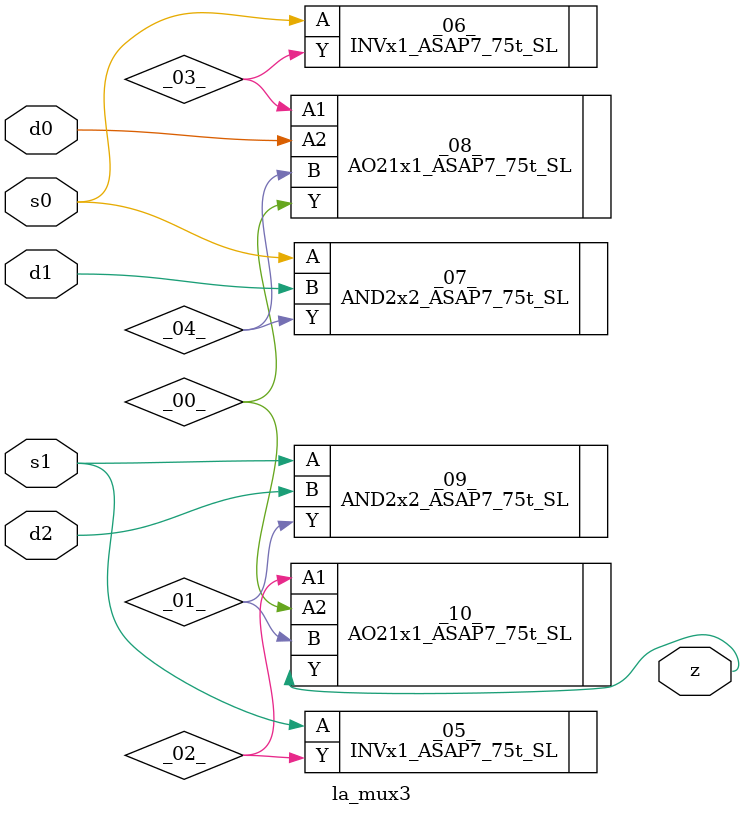
<source format=v>

/* Generated by Yosys 0.44 (git sha1 80ba43d26, g++ 11.4.0-1ubuntu1~22.04 -fPIC -O3) */

(* top =  1  *)
(* src = "inputs/la_mux3.v:10.1-23.10" *)
module la_mux3 (
    d0,
    d1,
    d2,
    s0,
    s1,
    z
);
  wire _00_;
  wire _01_;
  wire _02_;
  wire _03_;
  wire _04_;
  (* src = "inputs/la_mux3.v:13.12-13.14" *)
  input d0;
  wire d0;
  (* src = "inputs/la_mux3.v:14.12-14.14" *)
  input d1;
  wire d1;
  (* src = "inputs/la_mux3.v:15.12-15.14" *)
  input d2;
  wire d2;
  (* src = "inputs/la_mux3.v:16.12-16.14" *)
  input s0;
  wire s0;
  (* src = "inputs/la_mux3.v:17.12-17.14" *)
  input s1;
  wire s1;
  (* src = "inputs/la_mux3.v:18.12-18.13" *)
  output z;
  wire z;
  INVx1_ASAP7_75t_SL _05_ (
      .A(s1),
      .Y(_02_)
  );
  INVx1_ASAP7_75t_SL _06_ (
      .A(s0),
      .Y(_03_)
  );
  AND2x2_ASAP7_75t_SL _07_ (
      .A(s0),
      .B(d1),
      .Y(_04_)
  );
  AO21x1_ASAP7_75t_SL _08_ (
      .A1(_03_),
      .A2(d0),
      .B (_04_),
      .Y (_00_)
  );
  AND2x2_ASAP7_75t_SL _09_ (
      .A(s1),
      .B(d2),
      .Y(_01_)
  );
  AO21x1_ASAP7_75t_SL _10_ (
      .A1(_02_),
      .A2(_00_),
      .B (_01_),
      .Y (z)
  );
endmodule

</source>
